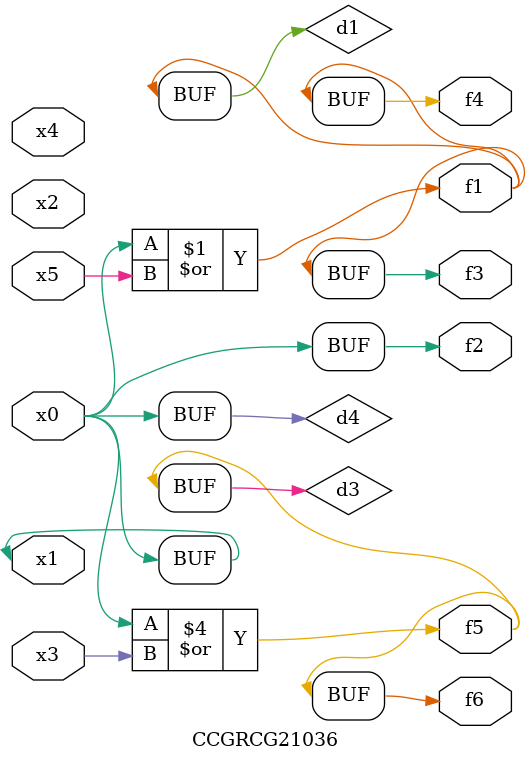
<source format=v>
module CCGRCG21036(
	input x0, x1, x2, x3, x4, x5,
	output f1, f2, f3, f4, f5, f6
);

	wire d1, d2, d3, d4;

	or (d1, x0, x5);
	xnor (d2, x1, x4);
	or (d3, x0, x3);
	buf (d4, x0, x1);
	assign f1 = d1;
	assign f2 = d4;
	assign f3 = d1;
	assign f4 = d1;
	assign f5 = d3;
	assign f6 = d3;
endmodule

</source>
